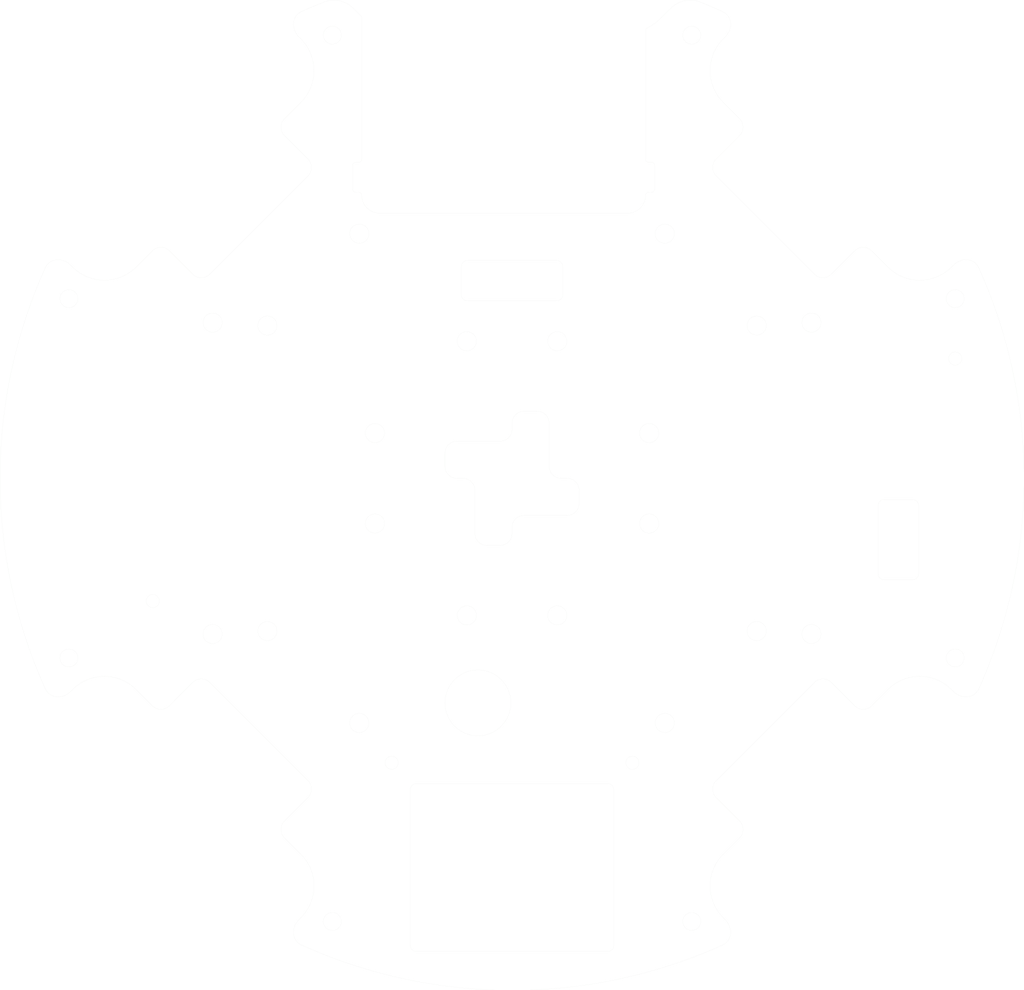
<source format=kicad_pcb>
(kicad_pcb (version 20221018) (generator pcbnew)

  (general
    (thickness 1.6)
  )

  (paper "A3")
  (layers
    (0 "F.Cu" signal)
    (31 "B.Cu" signal)
    (32 "B.Adhes" user "B.Adhesive")
    (33 "F.Adhes" user "F.Adhesive")
    (34 "B.Paste" user)
    (35 "F.Paste" user)
    (36 "B.SilkS" user "B.Silkscreen")
    (37 "F.SilkS" user "F.Silkscreen")
    (38 "B.Mask" user)
    (39 "F.Mask" user)
    (40 "Dwgs.User" user "User.Drawings")
    (41 "Cmts.User" user "User.Comments")
    (42 "Eco1.User" user "User.Eco1")
    (43 "Eco2.User" user "User.Eco2")
    (44 "Edge.Cuts" user)
    (45 "Margin" user)
    (46 "B.CrtYd" user "B.Courtyard")
    (47 "F.CrtYd" user "F.Courtyard")
    (48 "B.Fab" user)
    (49 "F.Fab" user)
    (50 "User.1" user)
    (51 "User.2" user)
    (52 "User.3" user)
    (53 "User.4" user)
    (54 "User.5" user)
    (55 "User.6" user)
    (56 "User.7" user)
    (57 "User.8" user)
    (58 "User.9" user)
  )

  (setup
    (stackup
      (layer "F.SilkS" (type "Top Silk Screen"))
      (layer "F.Paste" (type "Top Solder Paste"))
      (layer "F.Mask" (type "Top Solder Mask") (thickness 0.01))
      (layer "F.Cu" (type "copper") (thickness 0.035))
      (layer "dielectric 1" (type "core") (thickness 1.51) (material "FR4") (epsilon_r 4.5) (loss_tangent 0.02))
      (layer "B.Cu" (type "copper") (thickness 0.035))
      (layer "B.Mask" (type "Bottom Solder Mask") (thickness 0.01))
      (layer "B.Paste" (type "Bottom Solder Paste"))
      (layer "B.SilkS" (type "Bottom Silk Screen"))
      (copper_finish "None")
      (dielectric_constraints no)
    )
    (pad_to_mask_clearance 0)
    (aux_axis_origin 150 150)
    (pcbplotparams
      (layerselection 0x00010fc_ffffffff)
      (plot_on_all_layers_selection 0x0000000_00000000)
      (disableapertmacros false)
      (usegerberextensions false)
      (usegerberattributes true)
      (usegerberadvancedattributes true)
      (creategerberjobfile true)
      (dashed_line_dash_ratio 12.000000)
      (dashed_line_gap_ratio 3.000000)
      (svgprecision 6)
      (plotframeref false)
      (viasonmask false)
      (mode 1)
      (useauxorigin false)
      (hpglpennumber 1)
      (hpglpenspeed 20)
      (hpglpendiameter 15.000000)
      (dxfpolygonmode true)
      (dxfimperialunits true)
      (dxfusepcbnewfont true)
      (psnegative false)
      (psa4output false)
      (plotreference true)
      (plotvalue true)
      (plotinvisibletext false)
      (sketchpadsonfab false)
      (subtractmaskfromsilk false)
      (outputformat 1)
      (mirror false)
      (drillshape 0)
      (scaleselection 1)
      (outputdirectory "MFR/")
    )
  )

  (net 0 "")

  (gr_circle (center 175.508677 190.852594) (end 177.108677 190.852594)
    (stroke (width 0.01) (type solid)) (fill none) (layer "Edge.Cuts") (tstamp 027118f3-d978-4d62-ba83-765db0419c27))
  (gr_arc (start 173.798858 101.731982) (mid 173.652415 102.085532) (end 173.298858 102.231982)
    (stroke (width 0.01) (type solid)) (layer "Edge.Cuts") (tstamp 031723e5-db36-4805-81c3-97d5f74097ff))
  (gr_line (start 159.1998 156.1995) (end 151.9998 156.1995)
    (stroke (width 0.01) (type solid)) (layer "Edge.Cuts") (tstamp 056e3e97-4166-40ae-b3c3-9fdd0870a80b))
  (gr_arc (start 96.683949 184.082047) (mid 98.098162 183.496261) (end 99.512376 184.082047)
    (stroke (width 0.01) (type solid)) (layer "Edge.Cuts") (tstamp 089427af-d6fb-4810-b94b-af26862fd41b))
  (gr_curve (pts (xy 76.294623 185.595991) (xy 75.996792 185.893822) (xy 75.642264 186.13346) (xy 75.252598 186.291838))
    (stroke (width 0.01) (type solid)) (layer "Edge.Cuts") (tstamp 09601151-ae7d-4ba9-8b55-0be470760321))
  (gr_circle (center 127.107218 142.451135) (end 128.707218 142.451135)
    (stroke (width 0.01) (type solid)) (fill none) (layer "Edge.Cuts") (tstamp 0a5e4c6e-f512-4d47-8cc4-e32a8f3d2a16))
  (gr_curve (pts (xy 186.001114 224.198166) (xy 185.882967 224.020778) (xy 185.747014 223.855401) (xy 185.596291 223.704677))
    (stroke (width 0.01) (type solid)) (layer "Edge.Cuts") (tstamp 0b5956fa-7b97-4513-ab8c-ed8b610491bc))
  (gr_arc (start 112.010449 210.050583) (mid 111.424662 208.63637) (end 112.010449 207.222156)
    (stroke (width 0.01) (type solid)) (layer "Edge.Cuts") (tstamp 0b8c5781-67c0-4a59-afe5-1fed27d96d20))
  (gr_curve (pts (xy 75.252598 113.707162) (xy 74.91023 113.568009) (xy 74.544361 113.493187) (xy 74.175607 113.49664))
    (stroke (width 0.01) (type solid)) (layer "Edge.Cuts") (tstamp 0c3f3890-a014-4dd2-8e86-cec4f953391a))
  (gr_line (start 124.39888 102.231982) (end 123.89888 102.231982)
    (stroke (width 0.01) (type solid)) (layer "Edge.Cuts") (tstamp 0c7aa477-375d-4600-93e7-c43494ed059d))
  (gr_circle (center 190.852894 175.508377) (end 192.452894 175.508377)
    (stroke (width 0.01) (type solid)) (fill none) (layer "Edge.Cuts") (tstamp 0d3f3c90-899c-4cb5-9089-4bc1c2af0264))
  (gr_circle (center 119.9998 223.9995) (end 121.4998 223.9995)
    (stroke (width 0.01) (type solid)) (fill none) (layer "Edge.Cuts") (tstamp 0d745839-5987-4508-9ecb-add08d45a585))
  (gr_circle (center 75.9998 119.9995) (end 77.4998 119.9995)
    (stroke (width 0.01) (type solid)) (fill none) (layer "Edge.Cuts") (tstamp 0f7fe3eb-e24d-48f2-bea6-b9a3544718c0))
  (gr_circle (center 179.9998 75.9995) (end 181.4998 75.9995)
    (stroke (width 0.01) (type solid)) (fill none) (layer "Edge.Cuts") (tstamp 100627a3-f98f-48f0-a65e-99488a8bba69))
  (gr_arc (start 181.211908 70.400164) (mid 183.197134 71.207451) (end 185.161504 72.064241)
    (stroke (width 0.01) (type solid)) (layer "Edge.Cuts") (tstamp 15eeb1d3-4323-4fcf-8a53-e7dcc873c11d))
  (gr_line (start 124.89888 72.898579) (end 123.616197 71.615896)
    (stroke (width 0.01) (type solid)) (layer "Edge.Cuts") (tstamp 162b9d5a-16fa-46d8-a3fa-a07d90e46be5))
  (gr_line (start 140.7998 143.7995) (end 147.9998 143.7995)
    (stroke (width 0.01) (type solid)) (layer "Edge.Cuts") (tstamp 17232fb4-172e-4695-a0df-9980eedacab4))
  (gr_arc (start 133.9998 228.9995) (mid 133.292693 228.706607) (end 132.9998 227.9995)
    (stroke (width 0.01) (type solid)) (layer "Edge.Cuts") (tstamp 172b86df-4f76-479a-9e89-2448cb774e51))
  (gr_line (start 169.298858 105.731982) (end 127.89888 105.731982)
    (stroke (width 0.01) (type solid)) (layer "Edge.Cuts") (tstamp 18a2144c-2f95-4e34-be77-746003165df4))
  (gr_line (start 151.9998 138.7995) (end 154.1998 138.7995)
    (stroke (width 0.01) (type solid)) (layer "Edge.Cuts") (tstamp 1a49b768-6aca-495b-b4c1-552a657598c7))
  (gr_line (start 166.9998 201.9995) (end 166.9998 227.9995)
    (stroke (width 0.01) (type solid)) (layer "Edge.Cuts") (tstamp 1b7fa095-a638-4ba1-a840-27d461529d2c))
  (gr_line (start 223.377661 185.268675) (end 223.704977 185.595991)
    (stroke (width 0.01) (type solid)) (layer "Edge.Cuts") (tstamp 1bdc4788-7cec-4d5e-9c9e-ecb8cf7fb99c))
  (gr_arc (start 174.928732 73.070566) (mid 173.690736 74.122009) (end 172.298858 74.959175)
    (stroke (width 0.01) (type solid)) (layer "Edge.Cuts") (tstamp 1c14a141-150a-47c6-a081-a655af42ff45))
  (gr_curve (pts (xy 113.496979 74.227935) (xy 113.500745 74.576396) (xy 113.573885 74.921157) (xy 113.704478 75.244926))
    (stroke (width 0.01) (type solid)) (layer "Edge.Cuts") (tstamp 1d5e777f-3736-4147-9097-3eef489888cb))
  (gr_arc (start 123.89888 102.231982) (mid 123.545327 102.085535) (end 123.39888 101.731982)
    (stroke (width 0.01) (type solid)) (layer "Edge.Cuts") (tstamp 1e5fd6ec-d361-4fba-ae59-a9efa98a9aea))
  (gr_line (start 165.9998 228.9995) (end 133.9998 228.9995)
    (stroke (width 0.01) (type solid)) (layer "Edge.Cuts") (tstamp 1f75395e-35ac-4c67-8df8-de2d4e13238a))
  (gr_line (start 212.1248 153.5495) (end 216.8748 153.5495)
    (stroke (width 0.01) (type solid)) (layer "Edge.Cuts") (tstamp 20882e77-00f8-4c78-95b2-615288054b6b))
  (gr_line (start 223.704977 114.403009) (end 223.377661 114.730325)
    (stroke (width 0.01) (type solid)) (layer "Edge.Cuts") (tstamp 209c3ee4-dd5e-4e66-b3a2-0cf11e4a04f3))
  (gr_curve (pts (xy 113.704478 224.754074) (xy 113.783045 224.559287) (xy 113.882028 224.37302) (xy 113.998486 224.198166))
    (stroke (width 0.01) (type solid)) (layer "Edge.Cuts") (tstamp 21af7a79-bfaf-4509-93e5-bbc3ccc9b06b))
  (gr_circle (center 89.9998 170.4995) (end 91.0998 170.4995)
    (stroke (width 0.01) (type solid)) (fill none) (layer "Edge.Cuts") (tstamp 229dd8b6-9a15-49cf-9268-b0f3559154ea))
  (gr_arc (start 185.268975 223.377361) (mid 183.072277 218.07406) (end 185.268975 212.770759)
    (stroke (width 0.01) (type solid)) (layer "Edge.Cuts") (tstamp 22b0862b-6ec8-4c2a-9987-9c2fa9e85665))
  (gr_curve (pts (xy 121.924757 70.479661) (xy 121.414608 70.270169) (xy 120.871767 70.149052) (xy 120.321504 70.13573))
    (stroke (width 0.01) (type solid)) (layer "Edge.Cuts") (tstamp 237e2a5f-5759-4c34-a8ba-c6168777aa2c))
  (gr_circle (center 199.999799 175.999502) (end 201.599799 175.999502)
    (stroke (width 0.01) (type solid)) (fill none) (layer "Edge.Cuts") (tstamp 23a499a7-915e-435e-8992-f1e056687c93))
  (gr_arc (start 185.161504 227.934759) (mid 149.9998 235.4995) (end 114.838096 227.934759)
    (stroke (width 0.01) (type solid)) (layer "Edge.Cuts") (tstamp 2627dc56-6acb-4dba-b4ad-ea9a5b5a17dc))
  (gr_arc (start 161.1998 154.1995) (mid 160.614014 155.613714) (end 159.1998 156.1995)
    (stroke (width 0.01) (type solid)) (layer "Edge.Cuts") (tstamp 266034c9-3292-481b-8fed-5fef8aa4731b))
  (gr_line (start 115.917253 99.512076) (end 99.512376 115.916953)
    (stroke (width 0.01) (type solid)) (layer "Edge.Cuts") (tstamp 2677ab5e-eb2b-40d9-b0e3-7720bfc1daee))
  (gr_curve (pts (xy 186.502621 74.227935) (xy 186.498855 74.576396) (xy 186.425715 74.921157) (xy 186.295122 75.244926))
    (stroke (width 0.01) (type solid)) (layer "Edge.Cuts") (tstamp 26f55a11-09c2-4a9c-a768-dbeaff11e1e1))
  (gr_arc (start 138.7998 145.7995) (mid 139.385586 144.385286) (end 140.7998 143.7995)
    (stroke (width 0.01) (type solid)) (layer "Edge.Cuts") (tstamp 2b3825fe-f77c-431e-83a7-50596a526e7f))
  (gr_curve (pts (xy 227.459278 114.154442) (xy 227.659374 114.350793) (xy 227.819719 114.582147) (xy 227.935059 114.837796))
    (stroke (width 0.01) (type solid)) (layer "Edge.Cuts") (tstamp 2b525ebc-6b6a-4879-b318-ed41fd491282))
  (gr_curve (pts (xy 181.211908 70.400164) (xy 180.751572 70.219659) (xy 180.261257 70.132948) (xy 179.766042 70.134524))
    (stroke (width 0.01) (type solid)) (layer "Edge.Cuts") (tstamp 2e82b016-e4d7-441a-92b9-c65e431f3529))
  (gr_curve (pts (xy 223.704977 114.403009) (xy 224.002808 114.105178) (xy 224.357336 113.86554) (xy 224.747002 113.707162))
    (stroke (width 0.01) (type solid)) (layer "Edge.Cuts") (tstamp 2fc722c9-c3c9-4877-a704-24a8dae47542))
  (gr_line (start 172.798858 97.231982) (end 173.298858 97.231982)
    (stroke (width 0.01) (type solid)) (layer "Edge.Cuts") (tstamp 3040a446-b152-4c59-8611-099d16ac46f3))
  (gr_curve (pts (xy 113.656801 73.318303) (xy 113.545716 73.608364) (xy 113.493617 73.916901) (xy 113.496979 74.227935))
    (stroke (width 0.01) (type solid)) (layer "Edge.Cuts") (tstamp 30b1f17c-6c8c-4fe6-9e9f-79abe135712e))
  (gr_line (start 185.268975 212.770759) (end 187.989151 210.050583)
    (stroke (width 0.01) (type solid)) (layer "Edge.Cuts") (tstamp 317c2cf4-8be7-47bc-a338-23a30c173556))
  (gr_curve (pts (xy 113.704478 75.244926) (xy 113.783045 75.439713) (xy 113.882028 75.62598) (xy 113.998486 75.800834))
    (stroke (width 0.01) (type solid)) (layer "Edge.Cuts") (tstamp 32124be2-d48d-4c08-adae-09c1a20ec9af))
  (gr_arc (start 149.9998 158.1995) (mid 150.585586 156.785286) (end 151.9998 156.1995)
    (stroke (width 0.01) (type solid)) (layer "Edge.Cuts") (tstamp 321bfb2a-4220-4752-b9e2-e6b8a77e9550))
  (gr_circle (center 142.451435 172.892082) (end 144.051435 172.892082)
    (stroke (width 0.01) (type solid)) (fill none) (layer "Edge.Cuts") (tstamp 325cf6f6-b074-4393-ad84-6a493155f33e))
  (gr_curve (pts (xy 74.175607 186.50236) (xy 73.851326 186.499323) (xy 73.531281 186.435647) (xy 73.233702 186.308058))
    (stroke (width 0.01) (type solid)) (layer "Edge.Cuts") (tstamp 34badc74-6f90-4485-baa0-a58b71595236))
  (gr_arc (start 114.730625 76.621639) (mid 116.927324 81.92494) (end 114.730625 87.228241)
    (stroke (width 0.01) (type solid)) (layer "Edge.Cuts") (tstamp 3571f492-6545-4ca3-82c9-6932e8014978))
  (gr_circle (center 129.8998 197.4995) (end 130.9998 197.4995)
    (stroke (width 0.01) (type solid)) (fill none) (layer "Edge.Cuts") (tstamp 38a81ba4-06ec-4889-a1af-9f5824973e56))
  (gr_line (start 76.621939 114.730325) (end 76.294623 114.403009)
    (stroke (width 0.01) (type solid)) (layer "Edge.Cuts") (tstamp 39e67241-2150-4aa9-9d0a-2a3365ff8b87))
  (gr_arc (start 132.9998 201.9995) (mid 133.292693 201.292393) (end 133.9998 200.9995)
    (stroke (width 0.01) (type solid)) (layer "Edge.Cuts") (tstamp 3bbb8795-90b0-4e04-9cde-15a8c8e3ea5d))
  (gr_arc (start 140.7998 149.9995) (mid 139.385586 149.413714) (end 138.7998 147.9995)
    (stroke (width 0.01) (type solid)) (layer "Edge.Cuts") (tstamp 3c2cffa1-f969-4fdb-8a90-6c0109e352f2))
  (gr_curve (pts (xy 186.342799 73.318303) (xy 186.453884 73.608364) (xy 186.505983 73.916901) (xy 186.502621 74.227935))
    (stroke (width 0.01) (type solid)) (layer "Edge.Cuts") (tstamp 3cba28e1-771d-47d1-b806-1d2aaf3d78f1))
  (gr_line (start 112.010449 92.776844) (end 115.917253 96.683649)
    (stroke (width 0.01) (type solid)) (layer "Edge.Cuts") (tstamp 3e4cbe7e-97af-4279-bc00-6ec6b0895bf7))
  (gr_line (start 207.222456 112.010149) (end 203.315651 115.916953)
    (stroke (width 0.01) (type solid)) (layer "Edge.Cuts") (tstamp 3f93c0da-6127-43b4-884a-c4509ddace9e))
  (gr_curve (pts (xy 74.175607 113.49664) (xy 73.851326 113.499677) (xy 73.531281 113.563353) (xy 73.233702 113.690942))
    (stroke (width 0.01) (type solid)) (layer "Edge.Cuts") (tstamp 40eb058f-7bd7-498f-9926-78c3a37777a0))
  (gr_curve (pts (xy 224.747002 113.707162) (xy 225.08937 113.568009) (xy 225.455239 113.493187) (xy 225.823993 113.49664))
    (stroke (width 0.01) (type solid)) (layer "Edge.Cuts") (tstamp 420f8698-fdc7-4166-bd2e-4c2a922aa681))
  (gr_circle (center 144.2998 187.4995) (end 149.7998 187.4995)
    (stroke (width 0.01) (type solid)) (fill none) (layer "Edge.Cuts") (tstamp 42984ed8-62be-4d14-be2a-308b08a23c60))
  (gr_arc (start 157.4498 113.6245) (mid 158.156907 113.917393) (end 158.4498 114.6245)
    (stroke (width 0.01) (type solid)) (layer "Edge.Cuts") (tstamp 46e43f7a-078c-4dbf-97e7-833556293877))
  (gr_circle (center 223.9998 179.9995) (end 225.4998 179.9995)
    (stroke (width 0.01) (type solid)) (fill none) (layer "Edge.Cuts") (tstamp 4720e730-e7f0-4fff-85e9-37ae5ccba7a4))
  (gr_line (start 132.9998 227.9995) (end 132.9998 201.9995)
    (stroke (width 0.01) (type solid)) (layer "Edge.Cuts") (tstamp 4801642d-aa10-4b34-95ef-5dd94e07a623))
  (gr_circle (center 157.548165 172.892082) (end 159.148165 172.892082)
    (stroke (width 0.01) (type solid)) (fill none) (layer "Edge.Cuts") (tstamp 492dc726-6b8a-4dd7-8165-42e95f4fc175))
  (gr_curve (pts (xy 113.998486 75.800834) (xy 114.116633 75.978222) (xy 114.252586 76.143599) (xy 114.403309 76.294323))
    (stroke (width 0.01) (type solid)) (layer "Edge.Cuts") (tstamp 4a378753-7d8e-4217-a7d4-084f784fa352))
  (gr_circle (center 157.548165 127.106918) (end 159.148165 127.106918)
    (stroke (width 0.01) (type solid)) (fill none) (layer "Edge.Cuts") (tstamp 4b0caed9-be68-4b5a-acb0-d23db2510cb2))
  (gr_curve (pts (xy 72.540322 114.154442) (xy 72.340226 114.350793) (xy 72.179881 114.582147) (xy 72.064541 114.837796))
    (stroke (width 0.01) (type solid)) (layer "Edge.Cuts") (tstamp 4b7626b3-3e3d-4837-8f8b-3c04ffd20f65))
  (gr_circle (center 119.9998 75.9995) (end 121.4998 75.9995)
    (stroke (width 0.01) (type solid)) (fill none) (layer "Edge.Cuts") (tstamp 4b831c66-a4c5-49e7-a3b1-9bf77440a5bf))
  (gr_line (start 138.7998 147.9995) (end 138.7998 145.7995)
    (stroke (width 0.01) (type solid)) (layer "Edge.Cuts") (tstamp 4c0b0262-2b81-447a-b1a1-78902602f1b1))
  (gr_line (start 123.39888 101.731982) (end 123.39888 97.731982)
    (stroke (width 0.01) (type solid)) (layer "Edge.Cuts") (tstamp 4c67fe6e-a1dd-4e6e-8771-04cbf04c85d4))
  (gr_curve (pts (xy 226.765898 113.690942) (xy 227.024089 113.801642) (xy 227.258863 113.95778) (xy 227.459278 114.154442))
    (stroke (width 0.01) (type solid)) (layer "Edge.Cuts") (tstamp 4cd181d5-3cfe-4147-82d3-2a181a373cd8))
  (gr_circle (center 127.107218 157.547865) (end 128.707218 157.547865)
    (stroke (width 0.01) (type solid)) (fill none) (layer "Edge.Cuts") (tstamp 4d43d188-2291-4a14-974f-6635e56b3e7e))
  (gr_circle (center 190.852894 124.490623) (end 192.452894 124.490623)
    (stroke (width 0.01) (type solid)) (fill none) (layer "Edge.Cuts") (tstamp 4d49f2ce-e7d5-4a81-a082-495986047af7))
  (gr_arc (start 142.5498 120.3745) (mid 141.842693 120.081607) (end 141.5498 119.3745)
    (stroke (width 0.01) (type solid)) (layer "Edge.Cuts") (tstamp 4e971c7c-351f-4304-9305-7a34aaf1affd))
  (gr_arc (start 185.268975 87.228241) (mid 183.072277 81.92494) (end 185.268975 76.621639)
    (stroke (width 0.01) (type solid)) (layer "Edge.Cuts") (tstamp 4fde9d6c-bf02-4277-9bc6-462e8054e997))
  (gr_arc (start 166.9998 227.9995) (mid 166.706907 228.706607) (end 165.9998 228.9995)
    (stroke (width 0.01) (type solid)) (layer "Edge.Cuts") (tstamp 518a47d7-777a-4b85-9c3d-867c4383b992))
  (gr_line (start 114.403309 76.294323) (end 114.730625 76.621639)
    (stroke (width 0.01) (type solid)) (layer "Edge.Cuts") (tstamp 51d62e57-a9fb-4fc4-891b-a0bb807cdd23))
  (gr_arc (start 210.050883 187.988851) (mid 208.63667 188.574638) (end 207.222456 187.988851)
    (stroke (width 0.01) (type solid)) (layer "Edge.Cuts") (tstamp 5280ccf7-fe87-47b4-ba30-01b6ef7380de))
  (gr_line (start 114.730625 87.228241) (end 112.010449 89.948417)
    (stroke (width 0.01) (type solid)) (layer "Edge.Cuts") (tstamp 54621d3a-02d9-485a-bd87-91e06531db38))
  (gr_arc (start 184.082347 203.315351) (mid 183.496562 201.901138) (end 184.082347 200.486924)
    (stroke (width 0.01) (type solid)) (layer "Edge.Cuts") (tstamp 55452709-d070-48ff-8c8e-1b73b4f2b746))
  (gr_arc (start 184.082347 99.512076) (mid 183.496559 98.097862) (end 184.082347 96.683649)
    (stroke (width 0.01) (type solid)) (layer "Edge.Cuts") (tstamp 55f9f492-cb5d-4bad-8ad6-87d4552e5037))
  (gr_line (start 185.268975 76.621639) (end 185.596291 76.294323)
    (stroke (width 0.01) (type solid)) (layer "Edge.Cuts") (tstamp 564fb0ba-d9b9-4a77-b726-1f1ddfc0b419))
  (gr_line (start 142.5498 113.6245) (end 157.4498 113.6245)
    (stroke (width 0.01) (type solid)) (layer "Edge.Cuts") (tstamp 5659d29c-5009-4fc4-8c40-eb13b6c1ff05))
  (gr_line (start 112.010449 210.050583) (end 114.730625 212.770759)
    (stroke (width 0.01) (type solid)) (layer "Edge.Cuts") (tstamp 58031c53-2477-4627-bd15-42174867d925))
  (gr_line (start 176.383403 71.615896) (end 174.928732 73.070566)
    (stroke (width 0.01) (type solid)) (layer "Edge.Cuts") (tstamp 59bde87f-7063-4579-a3f8-130956104b63))
  (gr_curve (pts (xy 226.765898 186.308058) (xy 227.024089 186.197358) (xy 227.258863 186.04122) (xy 227.459278 185.844558))
    (stroke (width 0.01) (type solid)) (layer "Edge.Cuts") (tstamp 5a054c07-cded-49ae-8fee-fbaa3f731cca))
  (gr_circle (center 124.490923 109.146406) (end 126.090923 109.146406)
    (stroke (width 0.01) (type solid)) (fill none) (layer "Edge.Cuts") (tstamp 5af55d42-22e9-425f-945b-875079dcd8d7))
  (gr_circle (center 109.146706 124.490623) (end 110.746706 124.490623)
    (stroke (width 0.01) (type solid)) (fill none) (layer "Edge.Cuts") (tstamp 5b7e7820-c3ab-4961-95d3-a0c2695d1b51))
  (gr_arc (start 154.1998 138.7995) (mid 155.614014 139.385286) (end 156.1998 140.7995)
    (stroke (width 0.01) (type solid)) (layer "Edge.Cuts") (tstamp 5edd46ca-64ba-48af-a8af-b9eb4673909a))
  (gr_line (start 187.989151 89.948417) (end 185.268975 87.228241)
    (stroke (width 0.01) (type solid)) (layer "Edge.Cuts") (tstamp 5f6f8ad4-d6ac-4f91-890f-7982a7d7723b))
  (gr_line (start 216.8748 166.9495) (end 212.1248 166.9495)
    (stroke (width 0.01) (type solid)) (layer "Edge.Cuts") (tstamp 604871ef-221b-4c3f-96aa-a90ba7a25c89))
  (gr_circle (center 124.490923 190.852594) (end 126.090923 190.852594)
    (stroke (width 0.01) (type solid)) (fill none) (layer "Edge.Cuts") (tstamp 60b77e38-499f-48cd-9938-2063a0e4d018))
  (gr_circle (center 109.146706 175.508377) (end 110.746706 175.508377)
    (stroke (width 0.01) (type solid)) (fill none) (layer "Edge.Cuts") (tstamp 62dc4288-96d4-4284-9ebe-db384f5ddc9a))
  (gr_line (start 173.798858 97.731982) (end 173.798858 101.731982)
    (stroke (width 0.01) (type solid)) (layer "Edge.Cuts") (tstamp 632897f3-58ea-41ff-a2ce-d01e404cf7eb))
  (gr_arc (start 165.9998 200.9995) (mid 166.706907 201.292393) (end 166.9998 201.9995)
    (stroke (width 0.01) (type solid)) (layer "Edge.Cuts") (tstamp 635e8f40-9302-4009-9ecf-c41c5b7ec747))
  (gr_line (start 149.9998 141.7995) (end 149.9998 140.7995)
    (stroke (width 0.01) (type solid)) (layer "Edge.Cuts") (tstamp 66871811-1eb2-4db9-a07a-f57481dcc3ee))
  (gr_curve (pts (xy 120.321504 70.13573) (xy 119.796686 70.123023) (xy 119.275545 70.208869) (xy 118.787692 70.400164))
    (stroke (width 0.01) (type solid)) (layer "Edge.Cuts") (tstamp 69c85c52-07c6-4c7d-b624-7d9f18961e19))
  (gr_curve (pts (xy 178.138447 70.454067) (xy 177.813788 70.582034) (xy 177.503514 70.745065) (xy 177.212361 70.937653))
    (stroke (width 0.01) (type solid)) (layer "Edge.Cuts") (tstamp 6aa33eab-bd25-4315-86b2-4b49a3cce0d7))
  (gr_curve (pts (xy 185.883441 227.418662) (xy 186.083259 227.204572) (xy 186.237998 226.954346) (xy 186.342799 226.680697))
    (stroke (width 0.01) (type solid)) (layer "Edge.Cuts") (tstamp 6bf5dbf9-70ae-4e0d-a54d-5e436b6cc54c))
  (gr_arc (start 211.1248 154.5495) (mid 211.417693 153.842393) (end 212.1248 153.5495)
    (stroke (width 0.01) (type solid)) (layer "Edge.Cuts") (tstamp 6c2c967d-88a1-4125-8fd2-e3cef66ff34c))
  (gr_circle (center 99.999797 123.999501) (end 101.599797 123.999501)
    (stroke (width 0.01) (type solid)) (fill none) (layer "Edge.Cuts") (tstamp 6de494d9-46bb-4f71-90d2-14caf653eb1b))
  (gr_line (start 200.487224 115.916953) (end 184.082347 99.512076)
    (stroke (width 0.01) (type solid)) (layer "Edge.Cuts") (tstamp 6f5e347d-3e74-4ed5-9b2a-f04a1052d34e))
  (gr_line (start 158.4498 114.6245) (end 158.4498 119.3745)
    (stroke (width 0.01) (type solid)) (layer "Edge.Cuts") (tstamp 71982cdb-1eb8-4987-8ea4-a696f2e81408))
  (gr_curve (pts (xy 113.998486 224.198166) (xy 114.116633 224.020778) (xy 114.252586 223.855401) (xy 114.403309 223.704677))
    (stroke (width 0.01) (type solid)) (layer "Edge.Cuts") (tstamp 71fd7bef-6667-4ae6-85c2-f62d7ace7594))
  (gr_arc (start 87.228541 114.730325) (mid 81.92524 116.927024) (end 76.621939 114.730325)
    (stroke (width 0.01) (type solid)) (layer "Edge.Cuts") (tstamp 72e9d852-aaab-4907-a6a1-2df523a36a21))
  (gr_circle (center 142.451435 127.106918) (end 144.051435 127.106918)
    (stroke (width 0.01) (type solid)) (fill none) (layer "Edge.Cuts") (tstamp 7330ab36-1249-4563-9def-455b96d7f6d9))
  (gr_curve (pts (xy 114.838096 227.934759) (xy 114.565232 227.811652) (xy 114.320313 227.637396) (xy 114.116159 227.418662))
    (stroke (width 0.01) (type solid)) (layer "Edge.Cuts") (tstamp 73716d31-ac6c-4141-9506-ab463b0103c1))
  (gr_arc (start 127.89888 105.731982) (mid 125.777559 104.853303) (end 124.89888 102.731982)
    (stroke (width 0.01) (type solid)) (layer "Edge.Cuts") (tstamp 7479e7be-2dcd-47c6-a629-0d820977cb26))
  (gr_circle (center 75.9998 179.9995) (end 77.4998 179.9995)
    (stroke (width 0.01) (type solid)) (fill none) (layer "Edge.Cuts") (tstamp 769007da-d31e-4be1-810f-8465468b0463))
  (gr_circle (center 223.9998 119.9995) (end 225.4998 119.9995)
    (stroke (width 0.01) (type solid)) (fill none) (layer "Edge.Cuts") (tstamp 77274a5c-76a2-4a05-b753-c8dfb39e9aa5))
  (gr_curve (pts (xy 186.001114 75.800834) (xy 185.882967 75.978222) (xy 185.747014 76.143599) (xy 185.596291 76.294323))
    (stroke (width 0.01) (type solid)) (layer "Edge.Cuts") (tstamp 78706b73-5502-40fe-87e1-d2dcfe370b06))
  (gr_circle (center 175.508677 109.146406) (end 177.108677 109.146406)
    (stroke (width 0.01) (type solid)) (fill none) (layer "Edge.Cuts") (tstamp 7b5a9094-8f45-4ae7-a101-1cd1568f3437))
  (gr_line (start 184.082347 96.683649) (end 187.989151 92.776844)
    (stroke (width 0.01) (type solid)) (layer "Edge.Cuts") (tstamp 7c1ddb6b-016c-49db-a5ed-9cfcec0ae4cc))
  (gr_line (start 203.315651 184.082047) (end 207.222456 187.988851)
    (stroke (width 0.01) (type solid)) (layer "Edge.Cuts") (tstamp 7e940433-13fb-4601-ba5d-4eae7f1b210f))
  (gr_circle (center 172.892382 142.451135) (end 174.492382 142.451135)
    (stroke (width 0.01) (type solid)) (fill none) (layer "Edge.Cuts") (tstamp 7feeb771-0ef1-4e59-8bbc-a08e361a9856))
  (gr_arc (start 92.777144 187.988851) (mid 91.36293 188.574638) (end 89.948717 187.988851)
    (stroke (width 0.01) (type solid)) (layer "Edge.Cuts") (tstamp 8231ee7f-38c3-443f-b028-2e89a97f1539))
  (gr_curve (pts (xy 223.704977 185.595991) (xy 224.002808 185.893822) (xy 224.357336 186.13346) (xy 224.747002 186.291838))
    (stroke (width 0.01) (type solid)) (layer "Edge.Cuts") (tstamp 826ae80a-603a-4927-b70d-ed70d954251a))
  (gr_arc (start 187.989151 207.222156) (mid 188.574938 208.63637) (end 187.989151 210.050583)
    (stroke (width 0.01) (type solid)) (layer "Edge.Cuts") (tstamp 83a3df89-4033-4d2c-8c4c-75a47d6d20fa))
  (gr_arc (start 149.9998 159.1995) (mid 149.414014 160.613714) (end 147.9998 161.1995)
    (stroke (width 0.01) (type solid)) (layer "Edge.Cuts") (tstamp 83da687f-5dca-4af3-b513-a7aa81c4aa92))
  (gr_arc (start 227.935059 114.837796) (mid 235.4998 149.9995) (end 227.935059 185.161204)
    (stroke (width 0.01) (type solid)) (layer "Edge.Cuts") (tstamp 89d8f4f3-7700-45df-b229-29032d8e0b14))
  (gr_line (start 99.512376 184.082047) (end 115.917253 200.486924)
    (stroke (width 0.01) (type solid)) (layer "Edge.Cuts") (tstamp 8e613c82-025f-4a74-bbac-0b92bcf6df01))
  (gr_arc (start 223.377661 114.730325) (mid 218.07436 116.927024) (end 212.771059 114.730325)
    (stroke (width 0.01) (type solid)) (layer "Edge.Cuts") (tstamp 908d7996-92af-4e09-a168-e1318340abe8))
  (gr_arc (start 72.064541 185.161204) (mid 64.4998 149.9995) (end 72.064541 114.837796)
    (stroke (width 0.01) (type solid)) (layer "Edge.Cuts") (tstamp 91913f4d-2970-4efb-8603-aa4910d44eac))
  (gr_curve (pts (xy 227.459278 185.844558) (xy 227.659374 185.648207) (xy 227.819719 185.416853) (xy 227.935059 185.161204))
    (stroke (width 0.01) (type solid)) (layer "Edge.Cuts") (tstamp 91e69d23-02a3-46c9-883e-73bcbd4908db))
  (gr_curve (pts (xy 114.116159 227.418662) (xy 113.916341 227.204572) (xy 113.761602 226.954346) (xy 113.656801 226.680697))
    (stroke (width 0.01) (type solid)) (layer "Edge.Cuts") (tstamp 9252cf9e-8c37-48f4-a525-0dcc35417fd7))
  (gr_line (start 217.8748 154.5495) (end 217.8748 165.9495)
    (stroke (width 0.01) (type solid)) (layer "Edge.Cuts") (tstamp 93409441-222e-4936-8952-c2882ce4fcc5))
  (gr_arc (start 112.010449 92.776844) (mid 111.424662 91.36263) (end 112.010449 89.948417)
    (stroke (width 0.01) (type solid)) (layer "Edge.Cuts") (tstamp 939389c0-def6-4dea-a8a4-03dd8838cf11))
  (gr_arc (start 141.5498 114.6245) (mid 141.842693 113.917393) (end 142.5498 113.6245)
    (stroke (width 0.01) (type solid)) (layer "Edge.Cuts") (tstamp 95493a2f-df10-4f0b-9b76-998d433d3797))
  (gr_line (start 96.683949 115.916953) (end 92.777144 112.010149)
    (stroke (width 0.01) (type solid)) (layer "Edge.Cuts") (tstamp 969e0b83-cc34-4425-9d90-02796f401261))
  (gr_arc (start 124.89888 96.731982) (mid 124.752433 97.085535) (end 124.39888 97.231982)
    (stroke (width 0.01) (type solid)) (layer "Edge.Cuts") (tstamp 97e9b68e-63a8-4e55-8e1c-3fa2a2545e21))
  (gr_arc (start 114.838096 72.064241) (mid 116.802466 71.207451) (end 118.787692 70.400164)
    (stroke (width 0.01) (type solid)) (layer "Edge.Cuts") (tstamp 98c30cf0-af5c-46b1-87d5-c603091b1283))
  (gr_arc (start 216.8748 153.5495) (mid 217.581907 153.842393) (end 217.8748 154.5495)
    (stroke (width 0.01) (type solid)) (layer "Edge.Cuts") (tstamp 995aa0c1-8c80-4286-b3da-c8cf38e678c0))
  (gr_line (start 185.596291 223.704677) (end 185.268975 223.377361)
    (stroke (width 0.01) (type solid)) (layer "Edge.Cuts") (tstamp 99948298-a93b-455c-9d74-a0ccba6304cc))
  (gr_line (start 141.7998 149.9995) (end 140.7998 149.9995)
    (stroke (width 0.01) (type solid)) (layer "Edge.Cuts") (tstamp 9a699980-1ab4-46c4-9459-935cdabffbb3))
  (gr_curve (pts (xy 185.883441 72.580338) (xy 186.083259 72.794428) (xy 186.237998 73.044654) (xy 186.342799 73.318303))
    (stroke (width 0.01) (type solid)) (layer "Edge.Cuts") (tstamp 9a87556f-ff0a-4cb1-a64d-9e658337e4c9))
  (gr_curve (pts (xy 185.161504 227.934759) (xy 185.434368 227.811652) (xy 185.679287 227.637396) (xy 185.883441 227.418662))
    (stroke (width 0.01) (type solid)) (layer "Edge.Cuts") (tstamp 9bd00cb0-4c07-41c5-908e-85fe53ab810f))
  (gr_curve (pts (xy 179.766042 70.134524) (xy 179.209083 70.136296) (xy 178.657661 70.249414) (xy 178.138447 70.454067))
    (stroke (width 0.01) (type solid)) (layer "Edge.Cuts") (tstamp 9d8804f6-190e-4f5e-a816-4f36fb253549))
  (gr_arc (start 217.8748 165.9495) (mid 217.581907 166.656607) (end 216.8748 166.9495)
    (stroke (width 0.01) (type solid)) (layer "Edge.Cuts") (tstamp 9f3264a7-299c-47a6-aef8-8787f6f5df46))
  (gr_arc (start 207.222456 112.010149) (mid 208.63667 111.424362) (end 210.050883 112.010149)
    (stroke (width 0.01) (type solid)) (layer "Edge.Cuts") (tstamp 9f57b736-e083-4d20-9b9e-820e4ff896f4))
  (gr_curve (pts (xy 114.116159 72.580338) (xy 113.916341 72.794428) (xy 113.761602 73.044654) (xy 113.656801 73.318303))
    (stroke (width 0.01) (type solid)) (layer "Edge.Cuts") (tstamp a040202f-083f-4a40-8f16-5bc3b73d3ccd))
  (gr_line (start 123.89888 97.231982) (end 124.39888 97.231982)
    (stroke (width 0.01) (type solid)) (layer "Edge.Cuts") (tstamp a0afb900-2928-4aed-ae9e-1f4d86daf5d9))
  (gr_line (start 87.228541 185.268675) (end 89.948717 187.988851)
    (stroke (width 0.01) (type solid)) (layer "Edge.Cuts") (tstamp a15246f4-ff0b-454f-80d4-a75a735ae956))
  (gr_line (start 210.050883 187.988851) (end 212.771059 185.268675)
    (stroke (width 0.01) (type solid)) (layer "Edge.Cuts") (tstamp a18f1e97-51d0-4a58-9e0b-56a0a9a070ce))
  (gr_line (start 133.9998 200.9995) (end 165.9998 200.9995)
    (stroke (width 0.01) (type solid)) (layer "Edge.Cuts") (tstamp a5e1e98f-e6b1-42c5-bf7f-d1e67bc2e14f))
  (gr_arc (start 173.298858 97.231982) (mid 173.652445 97.378413) (end 173.798858 97.731982)
    (stroke (width 0.01) (type solid)) (layer "Edge.Cuts") (tstamp a822de49-4b77-465c-b712-5734b6a5eb6b))
  (gr_curve (pts (xy 113.656801 226.680697) (xy 113.545716 226.390636) (xy 113.493617 226.082099) (xy 113.496979 225.771065))
    (stroke (width 0.01) (type solid)) (layer "Edge.Cuts") (tstamp a90a34b0-329c-4b2a-83a2-cbfea898f768))
  (gr_line (start 115.917253 203.315351) (end 112.010449 207.222156)
    (stroke (width 0.01) (type solid)) (layer "Edge.Cuts") (tstamp a997cb82-b44e-44ab-9d74-5dc61b3fab67))
  (gr_arc (start 115.917253 200.486924) (mid 116.503039 201.901138) (end 115.917253 203.315351)
    (stroke (width 0.01) (type solid)) (layer "Edge.Cuts") (tstamp ac199d47-eb99-4fbb-9c57-647ccd0d5d30))
  (gr_circle (center 99.999797 175.999502) (end 101.599797 175.999502)
    (stroke (width 0.01) (type solid)) (fill none) (layer "Edge.Cuts") (tstamp ac75aa32-6371-475f-be10-e3b661bd02c5))
  (gr_curve (pts (xy 186.295122 75.244926) (xy 186.216555 75.439713) (xy 186.117572 75.62598) (xy 186.001114 75.800834))
    (stroke (width 0.01) (type solid)) (layer "Edge.Cuts") (tstamp ae91009c-c3d1-4065-902f-d8acff258a62))
  (gr_curve (pts (xy 114.838096 72.064241) (xy 114.565232 72.187348) (xy 114.320313 72.361604) (xy 114.116159 72.580338))
    (stroke (width 0.01) (type solid)) (layer "Edge.Cuts") (tstamp afcaa30a-b07e-4cd7-8eaa-c0d3ad101633))
  (gr_line (start 124.89888 96.731982) (end 124.89888 72.898579)
    (stroke (width 0.01) (type solid)) (layer "Edge.Cuts") (tstamp b06d796c-0310-4afb-8fb5-b303fb9f683d))
  (gr_circle (center 199.999799 123.999501) (end 201.599799 123.999501)
    (stroke (width 0.01) (type solid)) (fill none) (layer "Edge.Cuts") (tstamp b17fe383-ac8c-4e55-b8bf-a439609f9eca))
  (gr_line (start 211.1248 165.9495) (end 211.1248 154.5495)
    (stroke (width 0.01) (type solid)) (layer "Edge.Cuts") (tstamp b19f2a66-fffc-4840-b448-4f1fa35e5f4c))
  (gr_curve (pts (xy 75.252598 186.291838) (xy 74.91023 186.430991) (xy 74.544361 186.505813) (xy 74.175607 186.50236))
    (stroke (width 0.01) (type solid)) (layer "Edge.Cuts") (tstamp b405e169-f6c8-48b9-ad1d-1d56dcf8bd61))
  (gr_line (start 173.298858 102.231982) (end 172.798858 102.231982)
    (stroke (width 0.01) (type solid)) (layer "Edge.Cuts") (tstamp b49f3034-d997-4e19-b7d9-0d0aef2dbeb6))
  (gr_arc (start 123.39888 97.731982) (mid 123.545326 97.378428) (end 123.89888 97.231982)
    (stroke (width 0.01) (type solid)) (layer "Edge.Cuts") (tstamp b571af01-3e1e-439b-9033-c1f4578ea703))
  (gr_arc (start 99.512376 115.916953) (mid 98.098162 116.502739) (end 96.683949 115.916953)
    (stroke (width 0.01) (type solid)) (layer "Edge.Cuts") (tstamp b633ed68-b346-4d4e-9cb5-301c9ddfc1ec))
  (gr_arc (start 172.298858 102.731982) (mid 172.445308 102.378425) (end 172.798858 102.231982)
    (stroke (width 0.01) (type solid)) (layer "Edge.Cuts") (tstamp b67cab19-8aa3-4a24-9e46-ad369cc4331f))
  (gr_line (start 172.298858 74.959175) (end 172.298858 96.731982)
    (stroke (width 0.01) (type solid)) (layer "Edge.Cuts") (tstamp b7832ffd-07b6-4cd8-8eed-b61879a3eb62))
  (gr_curve (pts (xy 73.233702 186.308058) (xy 72.975511 186.197358) (xy 72.740737 186.04122) (xy 72.540322 185.844558))
    (stroke (width 0.01) (type solid)) (layer "Edge.Cuts") (tstamp b9ce3e20-064e-481d-93ff-87849a256ab1))
  (gr_curve (pts (xy 113.496979 225.771065) (xy 113.500745 225.422604) (xy 113.573885 225.077843) (xy 113.704478 224.754074))
    (stroke (width 0.01) (type solid)) (layer "Edge.Cuts") (tstamp baef18c3-a5c9-46c7-90fc-4a3c04d663b9))
  (gr_circle (center 223.9998 129.9995) (end 225.0998 129.9995)
    (stroke (width 0.01) (type solid)) (fill none) (layer "Edge.Cuts") (tstamp bc5d5293-4517-434a-bdc5-3737963e6484))
  (gr_arc (start 158.1998 149.9995) (mid 156.785586 149.413714) (end 156.1998 147.9995)
    (stroke (width 0.01) (type solid)) (layer "Edge.Cuts") (tstamp bd0aabf5-271b-4a1b-953d-f88faa9bdc3f))
  (gr_curve (pts (xy 76.294623 114.403009) (xy 75.996792 114.105178) (xy 75.642264 113.86554) (xy 75.252598 113.707162))
    (stroke (width 0.01) (type solid)) (layer "Edge.Cuts") (tstamp bf749d37-a3bd-47fa-bbb1-b29c9d799b51))
  (gr_line (start 157.4498 120.3745) (end 142.5498 120.3745)
    (stroke (width 0.01) (type solid)) (layer "Edge.Cuts") (tstamp bfd9ea2e-a526-427b-bc5b-2475b6aa0b24))
  (gr_line (start 158.1998 149.9995) (end 159.1998 149.9995)
    (stroke (width 0.01) (type solid)) (layer "Edge.Cuts") (tstamp c05141c7-b47e-4379-b05f-920e48cfcbea))
  (gr_line (start 76.294623 185.595991) (end 76.621939 185.268675)
    (stroke (width 0.01) (type solid)) (layer "Edge.Cuts") (tstamp c0fa6fc3-8954-4c8f-a5ad-00ea21e0e669))
  (gr_line (start 187.989151 207.222156) (end 184.082347 203.315351)
    (stroke (width 0.01) (type solid)) (layer "Edge.Cuts") (tstamp c187919e-d658-4f1b-bf61-e3409fd93a3d))
  (gr_arc (start 115.917253 96.683649) (mid 116.503039 98.097862) (end 115.917253 99.512076)
    (stroke (width 0.01) (type solid)) (layer "Edge.Cuts") (tstamp c1e29b85-eb96-4c41-a3a8-9ae7cdb31c9a))
  (gr_circle (center 179.9998 223.9995) (end 181.4998 223.9995)
    (stroke (width 0.01) (type solid)) (fill none) (layer "Edge.Cuts") (tstamp c2cdcc89-62bf-4c32-8e34-0c337cb24735))
  (gr_arc (start 76.621939 185.268675) (mid 81.92524 183.071976) (end 87.228541 185.268675)
    (stroke (width 0.01) (type solid)) (layer "Edge.Cuts") (tstamp c339c3c0-e48d-45ca-bb43-f47d58a6cc6e))
  (gr_curve (pts (xy 72.540322 185.844558) (xy 72.340226 185.648207) (xy 72.179881 185.416853) (xy 72.064541 185.161204))
    (stroke (width 0.01) (type solid)) (layer "Edge.Cuts") (tstamp c374f810-a0a9-4e08-a341-f70bc21f8a00))
  (gr_arc (start 172.798858 97.231982) (mid 172.445338 97.085519) (end 172.298858 96.731982)
    (stroke (width 0.01) (type solid)) (layer "Edge.Cuts") (tstamp c3915095-cf41-4235-8d7b-b30726515dca))
  (gr_line (start 89.948717 112.010149) (end 87.228541 114.730325)
    (stroke (width 0.01) (type solid)) (layer "Edge.Cuts") (tstamp c51d27e3-991b-4cbd-9f7d-f392db6822dd))
  (gr_arc (start 149.9998 140.7995) (mid 150.585586 139.385286) (end 151.9998 138.7995)
    (stroke (width 0.01) (type solid)) (layer "Edge.Cuts") (tstamp c8625a26-fcf8-43f6-817d-0b21ac9473e4))
  (gr_arc (start 172.298858 102.731982) (mid 171.420178 104.8533) (end 169.298858 105.731982)
    (stroke (width 0.01) (type solid)) (layer "Edge.Cuts") (tstamp c89f956c-df62-4cbf-854e-574c6954ab5e))
  (gr_circle (center 172.892382 157.547865) (end 174.492382 157.547865)
    (stroke (width 0.01) (type solid)) (fill none) (layer "Edge.Cuts") (tstamp cd2c5449-cd2a-42c1-b04e-46b49179f6f9))
  (gr_arc (start 149.9998 141.7995) (mid 149.414014 143.213714) (end 147.9998 143.7995)
    (stroke (width 0.01) (type solid)) (layer "Edge.Cuts") (tstamp d11446c0-7380-45e3-b223-50bf05a0467f))
  (gr_line (start 147.9998 161.1995) (end 145.7998 161.1995)
    (stroke (width 0.01) (type solid)) (layer "Edge.Cuts") (tstamp d141222b-eadc-4d90-a9c7-46f7b791b17b))
  (gr_curve (pts (xy 186.342799 226.680697) (xy 186.453884 226.390636) (xy 186.505983 226.082099) (xy 186.502621 225.771065))
    (stroke (width 0.01) (type solid)) (layer "Edge.Cuts") (tstamp d2c78269-440f-4788-b7c4-e7ff272ae481))
  (gr_line (start 212.771059 114.730325) (end 210.050883 112.010149)
    (stroke (width 0.01) (type solid)) (layer "Edge.Cuts") (tstamp d55fc050-209f-4574-a72c-3a13fdc37823))
  (gr_curve (pts (xy 224.747002 186.291838) (xy 225.08937 186.430991) (xy 225.455239 186.505813) (xy 225.823993 186.50236))
    (stroke (width 0.01) (type solid)) (layer "Edge.Cuts") (tstamp d613f599-a94e-4d42-9d6c-0bd66c765a73))
  (gr_circle (center 170.0998 197.4995) (end 171.1998 197.4995)
    (stroke (width 0.01) (type solid)) (fill none) (layer "Edge.Cuts") (tstamp d659c810-979c-4e42-8e7a-837afccdb0ad))
  (gr_curve (pts (xy 185.161504 72.064241) (xy 185.434368 72.187348) (xy 185.679287 72.361604) (xy 185.883441 72.580338))
    (stroke (width 0.01) (type solid)) (layer "Edge.Cuts") (tstamp d7bbd1ef-d2e4-41c7-955a-1288e8f9f6e1))
  (gr_line (start 141.5498 119.3745) (end 141.5498 114.6245)
    (stroke (width 0.01) (type solid)) (layer "Edge.Cuts") (tstamp d849de7c-6b30-4b90-9725-e471e87b26d6))
  (gr_curve (pts (xy 73.233702 113.690942) (xy 72.975511 113.801642) (xy 72.740737 113.95778) (xy 72.540322 114.154442))
    (stroke (width 0.01) (type solid)) (layer "Edge.Cuts") (tstamp dabb1c3f-4abe-42c5-bc54-83d744379a0c))
  (gr_arc (start 158.4498 119.3745) (mid 158.156907 120.081607) (end 157.4498 120.3745)
    (stroke (width 0.01) (type solid)) (layer "Edge.Cuts") (tstamp dc044e90-07b6-4ad2-a759-29f027e98b0a))
  (gr_curve (pts (xy 225.823993 113.49664) (xy 226.148274 113.499677) (xy 226.468319 113.563353) (xy 226.765898 113.690942))
    (stroke (width 0.01) (type solid)) (layer "Edge.Cuts") (tstamp dc867c4a-36b8-4a61-b36e-bb4e208fa3b4))
  (gr_curve (pts (xy 186.295122 224.754074) (xy 186.216555 224.559287) (xy 186.117572 224.37302) (xy 186.001114 224.198166))
    (stroke (width 0.01) (type solid)) (layer "Edge.Cuts") (tstamp ddb3af9f-b7ad-487b-a98f-b985d3bea62c))
  (gr_arc (start 124.39888 102.231982) (mid 124.752433 102.378429) (end 124.89888 102.731982)
    (stroke (width 0.01) (type solid)) (layer "Edge.Cuts") (tstamp e09bbce3-9d37-43f5-86e9-87eef8784062))
  (gr_arc (start 89.948717 112.010149) (mid 91.36293 111.424362) (end 92.777144 112.010149)
    (stroke (width 0.01) (type solid)) (layer "Edge.Cuts") (tstamp e1e76b0f-e7aa-482e-8f2f-a0d015bc9e12))
  (gr_line (start 184.082347 200.486924) (end 200.487224 184.082047)
    (stroke (width 0.01) (type solid)) (layer "Edge.Cuts") (tstamp e34eeae2-c03e-4222-b773-39db0e80df7e))
  (gr_arc (start 159.1998 149.9995) (mid 160.614014 150.585286) (end 161.1998 151.9995)
    (stroke (width 0.01) (type solid)) (layer "Edge.Cuts") (tstamp e66f44eb-0c6f-4ca5-96f0-e679c557cdae))
  (gr_line (start 149.9998 158.1995) (end 149.9998 159.1995)
    (stroke (width 0.01) (type solid)) (layer "Edge.Cuts") (tstamp e7d6fd9c-202b-4a9d-b562-ab9d4f05ce49))
  (gr_arc (start 141.7998 149.9995) (mid 143.214014 150.585286) (end 143.7998 151.9995)
    (stroke (width 0.01) (type solid)) (layer "Edge.Cuts") (tstamp e87270b4-b65b-4ede-a546-cedcd020919b))
  (gr_arc (start 212.1248 166.9495) (mid 211.417693 166.656607) (end 211.1248 165.9495)
    (stroke (width 0.01) (type solid)) (layer "Edge.Cuts") (tstamp e99c4354-9410-4ea3-a6f0-424ab9705708))
  (gr_line (start 143.7998 159.1995) (end 143.7998 151.9995)
    (stroke (width 0.01) (type solid)) (layer "Edge.Cuts") (tstamp ea09c6cf-ff75-46c8-bb65-6ba6381fa2f4))
  (gr_curve (pts (xy 123.616197 71.615896) (xy 123.131819 71.131517) (xy 122.557335 70.739427) (xy 121.924757 70.479661))
    (stroke (width 0.01) (type solid)) (layer "Edge.Cuts") (tstamp eb95fddf-5b03-4289-a010-8e537b010d55))
  (gr_curve (pts (xy 177.212361 70.937653) (xy 176.91407 71.134962) (xy 176.636336 71.362963) (xy 176.383403 71.615896))
    (stroke (width 0.01) (type solid)) (layer "Edge.Cuts") (tstamp ef228d9e-bc42-47e9-9167-d4627795a306))
  (gr_curve (pts (xy 225.823993 186.50236) (xy 226.148274 186.499323) (xy 226.468319 186.435647) (xy 226.765898 186.308058))
    (stroke (width 0.01) (type solid)) (layer "Edge.Cuts") (tstamp ef62f959-e0a0-4882-b434-533541606dc9))
  (gr_line (start 156.1998 140.7995) (end 156.1998 147.9995)
    (stroke (width 0.01) (type solid)) (layer "Edge.Cuts") (tstamp f1c4c6be-ade6-4ea4-b224-e67fd9b8132b))
  (gr_arc (start 145.7998 161.1995) (mid 144.385586 160.613714) (end 143.7998 159.1995)
    (stroke (width 0.01) (type solid)) (layer "Edge.Cuts") (tstamp f2b7b576-74ae-4cb3-a89c-22b7b009d7f1))
  (gr_line (start 161.1998 151.9995) (end 161.1998 154.1995)
    (stroke (width 0.01) (type solid)) (layer "Edge.Cuts") (tstamp f4ef2ca3-f9b6-4ae1-9756-1bac793772a9))
  (gr_arc (start 212.771059 185.268675) (mid 218.07436 183.071976) (end 223.377661 185.268675)
    (stroke (width 0.01) (type solid)) (layer "Edge.Cuts") (tstamp f6c19291-7ced-47ad-af13-3b2b9cd728ce))
  (gr_arc (start 203.315651 115.916953) (mid 201.901438 116.502739) (end 200.487224 115.916953)
    (stroke (width 0.01) (type solid)) (layer "Edge.Cuts") (tstamp f75d5770-32c6-4a94-a441-edac2013ed7e))
  (gr_arc (start 200.487224 184.082047) (mid 201.901438 183.496261) (end 203.315651 184.082047)
    (stroke (width 0.01) (type solid)) (layer "Edge.Cuts") (tstamp f7b09a53-2465-4fa1-9397-1287801d2801))
  (gr_line (start 114.730625 223.377361) (end 114.403309 223.704677)
    (stroke (width 0.01) (type solid)) (layer "Edge.Cuts") (tstamp f81d9027-14ce-46d5-aac2-b3e1c1854479))
  (gr_line (start 92.777144 187.988851) (end 96.683949 184.082047)
    (stroke (width 0.01) (type solid)) (layer "Edge.Cuts") (tstamp faf8ce03-dfc9-4540-8439-57d6a1f006ce))
  (gr_arc (start 114.730625 212.770759) (mid 116.927324 218.07406) (end 114.730625 223.377361)
    (stroke (width 0.01) (type solid)) (layer "Edge.Cuts") (tstamp fb7a8543-4331-4b07-9597-0fd3d3c53a75))
  (gr_curve (pts (xy 186.502621 225.771065) (xy 186.498855 225.422604) (xy 186.425715 225.077843) (xy 186.295122 224.754074))
    (stroke (width 0.01) (type solid)) (layer "Edge.Cuts") (tstamp fc433e91-adc5-443b-a567-3674f761ce0a))
  (gr_arc (start 187.989151 89.948417) (mid 188.574938 91.36263) (end 187.989151 92.776844)
    (stroke (width 0.01) (type solid)) (layer "Edge.Cuts") (tstamp fff636ea-39a4-4657-be93-32e239c493db))

  (group "" (id 9b2f1b19-cf15-42ff-a43d-b0d82629b7e4)
    (members
      027118f3-d978-4d62-ba83-765db0419c27
      031723e5-db36-4805-81c3-97d5f74097ff
      056e3e97-4166-40ae-b3c3-9fdd0870a80b
      089427af-d6fb-4810-b94b-af26862fd41b
      09601151-ae7d-4ba9-8b55-0be470760321
      0a5e4c6e-f512-4d47-8cc4-e32a8f3d2a16
      0b5956fa-7b97-4513-ab8c-ed8b610491bc
      0b8c5781-67c0-4a59-afe5-1fed27d96d20
      0c3f3890-a014-4dd2-8e86-cec4f953391a
      0c7aa477-375d-4600-93e7-c43494ed059d
      0d3f3c90-899c-4cb5-9089-4bc1c2af0264
      0d745839-5987-4508-9ecb-add08d45a585
      0f7fe3eb-e24d-48f2-bea6-b9a3544718c0
      100627a3-f98f-48f0-a65e-99488a8bba69
      15eeb1d3-4323-4fcf-8a53-e7dcc873c11d
      162b9d5a-16fa-46d8-a3fa-a07d90e46be5
      17232fb4-172e-4695-a0df-9980eedacab4
      172b86df-4f76-479a-9e89-2448cb774e51
      18a2144c-2f95-4e34-be77-746003165df4
      1a49b768-6aca-495b-b4c1-552a657598c7
      1b7fa095-a638-4ba1-a840-27d461529d2c
      1bdc4788-7cec-4d5e-9c9e-ecb8cf7fb99c
      1c14a141-150a-47c6-a081-a655af42ff45
      1d5e777f-3736-4147-9097-3eef489888cb
      1e5fd6ec-d361-4fba-ae59-a9efa98a9aea
      1f75395e-35ac-4c67-8df8-de2d4e13238a
      20882e77-00f8-4c78-95b2-615288054b6b
      209c3ee4-dd5e-4e66-b3a2-0cf11e4a04f3
      21af7a79-bfaf-4509-93e5-bbc3ccc9b06b
      229dd8b6-9a15-49cf-9268-b0f3559154ea
      22b0862b-6ec8-4c2a-9987-9c2fa9e85665
      237e2a5f-5759-4c34-a8ba-c6168777aa2c
      23a499a7-915e-435e-8992-f1e056687c93
      2627dc56-6acb-4dba-b4ad-ea9a5b5a17dc
      266034c9-3292-481b-8fed-5fef8aa4731b
      2677ab5e-eb2b-40d9-b0e3-7720bfc1daee
      26f55a11-09c2-4a9c-a768-dbeaff11e1e1
      2b3825fe-f77c-431e-83a7-50596a526e7f
      2b525ebc-6b6a-4879-b318-ed41fd491282
      2e82b016-e4d7-441a-92b9-c65e431f3529
      2fc722c9-c3c9-4877-a704-24a8dae47542
      3040a446-b152-4c59-8611-099d16ac46f3
      30b1f17c-6c8c-4fe6-9e9f-79abe135712e
      317c2cf4-8be7-47bc-a338-23a30c173556
      32124be2-d48d-4c08-adae-09c1a20ec9af
      321bfb2a-4220-4752-b9e2-e6b8a77e9550
      325cf6f6-b074-4393-ad84-6a493155f33e
      34badc74-6f90-4485-baa0-a58b71595236
      3571f492-6545-4ca3-82c9-6932e8014978
      38a81ba4-06ec-4889-a1af-9f5824973e56
      39e67241-2150-4aa9-9d0a-2a3365ff8b87
      3bbb8795-90b0-4e04-9cde-15a8c8e3ea5d
      3c2cffa1-f969-4fdb-8a90-6c0109e352f2
      3cba28e1-771d-47d1-b806-1d2aaf3d78f1
      3e4cbe7e-97af-4279-bc00-6ec6b0895bf7
      3f93c0da-6127-43b4-884a-c4509ddace9e
      40eb058f-7bd7-498f-9926-78c3a37777a0
      420f8698-fdc7-4166-bd2e-4c2a922aa681
      42984ed8-62be-4d14-be2a-308b08a23c60
      46e43f7a-078c-4dbf-97e7-833556293877
      4720e730-e7f0-4fff-85e9-37ae5ccba7a4
      4801642d-aa10-4b34-95ef-5dd94e07a623
      492dc726-6b8a-4dd7-8165-42e95f4fc175
      4a378753-7d8e-4217-a7d4-084f784fa352
      4b0caed9-be68-4b5a-acb0-d23db2510cb2
      4b7626b3-3e3d-4837-8f8b-3c04ffd20f65
      4b831c66-a4c5-49e7-a3b1-9bf77440a5bf
      4c0b0262-2b81-447a-b1a1-78902602f1b1
      4c67fe6e-a1dd-4e6e-8771-04cbf04c85d4
      4cd181d5-3cfe-4147-82d3-2a181a373cd8
      4d43d188-2291-4a14-974f-6635e56b3e7e
      4d49f2ce-e7d5-4a81-a082-495986047af7
      4e971c7c-351f-4304-9305-7a34aaf1affd
      4fde9d6c-bf02-4277-9bc6-462e8054e997
      518a47d7-777a-4b85-9c3d-867c4383b992
      51d62e57-a9fb-4fc4-891b-a0bb807cdd23
      5280ccf7-fe87-47b4-ba30-01b6ef7380de
      54621d3a-02d9-485a-bd87-91e06531db38
      55452709-d070-48ff-8c8e-1b73b4f2b746
      55f9f492-cb5d-4bad-8ad6-87d4552e5037
      564fb0ba-d9b9-4a77-b726-1f1ddfc0b419
      5659d29c-5009-4fc4-8c40-eb13b6c1ff05
      58031c53-2477-4627-bd15-42174867d925
      59bde87f-7063-4579-a3f8-130956104b63
      5a054c07-cded-49ae-8fee-fbaa3f731cca
      5af55d42-22e9-425f-945b-875079dcd8d7
      5b7e7820-c3ab-4961-95d3-a0c2695d1b51
      5edd46ca-64ba-48af-a8af-b9eb4673909a
      5f6f8ad4-d6ac-4f91-890f-7982a7d7723b
      604871ef-221b-4c3f-96aa-a90ba7a25c89
      60b77e38-499f-48cd-9938-2063a0e4d018
      62dc4288-96d4-4284-9ebe-db384f5ddc9a
      632897f3-58ea-41ff-a2ce-d01e404cf7eb
      635e8f40-9302-4009-9ecf-c41c5b7ec747
      66871811-1eb2-4db9-a07a-f57481dcc3ee
      69c85c52-07c6-4c7d-b624-7d9f18961e19
      6aa33eab-bd25-4315-86b2-4b49a3cce0d7
      6bf5dbf9-70ae-4e0d-a54d-5e436b6cc54c
      6c2c967d-88a1-4125-8fd2-e3cef66ff34c
      6de494d9-46bb-4f71-90d2-14caf653eb1b
      6f5e347d-3e74-4ed5-9b2a-f04a1052d34e
      71982cdb-1eb8-4987-8ea4-a696f2e81408
      71fd7bef-6667-4ae6-85c2-f62d7ace7594
      72e9d852-aaab-4907-a6a1-2df523a36a21
      7330ab36-1249-4563-9def-455b96d7f6d9
      73716d31-ac6c-4141-9506-ab463b0103c1
      7479e7be-2dcd-47c6-a629-0d820977cb26
      769007da-d31e-4be1-810f-8465468b0463
      77274a5c-76a2-4a05-b753-c8dfb39e9aa5
      78706b73-5502-40fe-87e1-d2dcfe370b06
      7b5a9094-8f45-4ae7-a101-1cd1568f3437
      7c1ddb6b-016c-49db-a5ed-9cfcec0ae4cc
      7e940433-13fb-4601-ba5d-4eae7f1b210f
      7feeb771-0ef1-4e59-8bbc-a08e361a9856
      8231ee7f-38c3-443f-b028-2e89a97f1539
      826ae80a-603a-4927-b70d-ed70d954251a
      83a3df89-4033-4d2c-8c4c-75a47d6d20fa
      83da687f-5dca-4af3-b513-a7aa81c4aa92
      89d8f4f3-7700-45df-b229-29032d8e0b14
      8e613c82-025f-4a74-bbac-0b92bcf6df01
      908d7996-92af-4e09-a168-e1318340abe8
      91913f4d-2970-4efb-8603-aa4910d44eac
      91e69d23-02a3-46c9-883e-73bcbd4908db
      9252cf9e-8c37-48f4-a525-0dcc35417fd7
      93409441-222e-4936-8952-c2882ce4fcc5
      939389c0-def6-4dea-a8a4-03dd8838cf11
      95493a2f-df10-4f0b-9b76-998d433d3797
      969e0b83-cc34-4425-9d90-02796f401261
      97e9b68e-63a8-4e55-8e1c-3fa2a2545e21
      98c30cf0-af5c-46b1-87d5-c603091b1283
      995aa0c1-8c80-4286-b3da-c8cf38e678c0
      99948298-a93b-455c-9d74-a0ccba6304cc
      9a699980-1ab4-46c4-9459-935cdabffbb3
      9a87556f-ff0a-4cb1-a64d-9e658337e4c9
      9bd00cb0-4c07-41c5-908e-85fe53ab810f
      9d8804f6-190e-4f5e-a816-4f36fb253549
      9f3264a7-299c-47a6-aef8-8787f6f5df46
      9f57b736-e083-4d20-9b9e-820e4ff896f4
      a040202f-083f-4a40-8f16-5bc3b73d3ccd
      a0afb900-2928-4aed-ae9e-1f4d86daf5d9
      a15246f4-ff0b-454f-80d4-a75a735ae956
      a18f1e97-51d0-4a58-9e0b-56a0a9a070ce
      a5e1e98f-e6b1-42c5-bf7f-d1e67bc2e14f
      a822de49-4b77-465c-b712-5734b6a5eb6b
      a90a34b0-329c-4b2a-83a2-cbfea898f768
      a997cb82-b44e-44ab-9d74-5dc61b3fab67
      ac199d47-eb99-4fbb-9c57-647ccd0d5d30
      ac75aa32-6371-475f-be10-e3b661bd02c5
      ae91009c-c3d1-4065-902f-d8acff258a62
      afcaa30a-b07e-4cd7-8eaa-c0d3ad101633
      b06d796c-0310-4afb-8fb5-b303fb9f683d
      b17fe383-ac8c-4e55-b8bf-a439609f9eca
      b19f2a66-fffc-4840-b448-4f1fa35e5f4c
      b405e169-f6c8-48b9-ad1d-1d56dcf8bd61
      b49f3034-d997-4e19-b7d9-0d0aef2dbeb6
      b571af01-3e1e-439b-9033-c1f4578ea703
      b633ed68-b346-4d4e-9cb5-301c9ddfc1ec
      b67cab19-8aa3-4a24-9e46-ad369cc4331f
      b7832ffd-07b6-4cd8-8eed-b61879a3eb62
      b9ce3e20-064e-481d-93ff-87849a256ab1
      baef18c3-a5c9-46c7-90fc-4a3c04d663b9
      bc5d5293-4517-434a-bdc5-3737963e6484
      bd0aabf5-271b-4a1b-953d-f88faa9bdc3f
      bf749d37-a3bd-47fa-bbb1-b29c9d799b51
      bfd9ea2e-a526-427b-bc5b-2475b6aa0b24
      c05141c7-b47e-4379-b05f-920e48cfcbea
      c0fa6fc3-8954-4c8f-a5ad-00ea21e0e669
      c187919e-d658-4f1b-bf61-e3409fd93a3d
      c1e29b85-eb96-4c41-a3a8-9ae7cdb31c9a
      c2cdcc89-62bf-4c32-8e34-0c337cb24735
      c339c3c0-e48d-45ca-bb43-f47d58a6cc6e
      c374f810-a0a9-4e08-a341-f70bc21f8a00
      c3915095-cf41-4235-8d7b-b30726515dca
      c51d27e3-991b-4cbd-9f7d-f392db6822dd
      c8625a26-fcf8-43f6-817d-0b21ac9473e4
      c89f956c-df62-4cbf-854e-574c6954ab5e
      cd2c5449-cd2a-42c1-b04e-46b49179f6f9
      d11446c0-7380-45e3-b223-50bf05a0467f
      d141222b-eadc-4d90-a9c7-46f7b791b17b
      d2c78269-440f-4788-b7c4-e7ff272ae481
      d55fc050-209f-4574-a72c-3a13fdc37823
      d613f599-a94e-4d42-9d6c-0bd66c765a73
      d659c810-979c-4e42-8e7a-837afccdb0ad
      d7bbd1ef-d2e4-41c7-955a-1288e8f9f6e1
      d849de7c-6b30-4b90-9725-e471e87b26d6
      dabb1c3f-4abe-42c5-bc54-83d744379a0c
      dc044e90-07b6-4ad2-a759-29f027e98b0a
      dc867c4a-36b8-4a61-b36e-bb4e208fa3b4
      ddb3af9f-b7ad-487b-a98f-b985d3bea62c
      e09bbce3-9d37-43f5-86e9-87eef8784062
      e1e76b0f-e7aa-482e-8f2f-a0d015bc9e12
      e34eeae2-c03e-4222-b773-39db0e80df7e
      e66f44eb-0c6f-4ca5-96f0-e679c557cdae
      e7d6fd9c-202b-4a9d-b562-ab9d4f05ce49
      e87270b4-b65b-4ede-a546-cedcd020919b
      e99c4354-9410-4ea3-a6f0-424ab9705708
      ea09c6cf-ff75-46c8-bb65-6ba6381fa2f4
      eb95fddf-5b03-4289-a010-8e537b010d55
      ef228d9e-bc42-47e9-9167-d4627795a306
      ef62f959-e0a0-4882-b434-533541606dc9
      f1c4c6be-ade6-4ea4-b224-e67fd9b8132b
      f2b7b576-74ae-4cb3-a89c-22b7b009d7f1
      f4ef2ca3-f9b6-4ae1-9756-1bac793772a9
      f6c19291-7ced-47ad-af13-3b2b9cd728ce
      f75d5770-32c6-4a94-a441-edac2013ed7e
      f7b09a53-2465-4fa1-9397-1287801d2801
      f81d9027-14ce-46d5-aac2-b3e1c1854479
      faf8ce03-dfc9-4540-8439-57d6a1f006ce
      fb7a8543-4331-4b07-9597-0fd3d3c53a75
      fc433e91-adc5-443b-a567-3674f761ce0a
      fff636ea-39a4-4657-be93-32e239c493db
    )
  )
)

</source>
